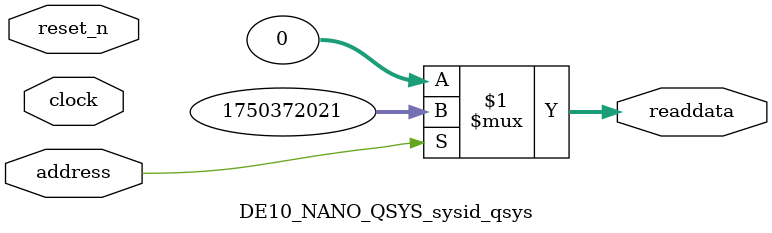
<source format=v>



// synthesis translate_off
`timescale 1ns / 1ps
// synthesis translate_on

// turn off superfluous verilog processor warnings 
// altera message_level Level1 
// altera message_off 10034 10035 10036 10037 10230 10240 10030 

module DE10_NANO_QSYS_sysid_qsys (
               // inputs:
                address,
                clock,
                reset_n,

               // outputs:
                readdata
             )
;

  output  [ 31: 0] readdata;
  input            address;
  input            clock;
  input            reset_n;

  wire    [ 31: 0] readdata;
  //control_slave, which is an e_avalon_slave
  assign readdata = address ? 1750372021 : 0;

endmodule



</source>
